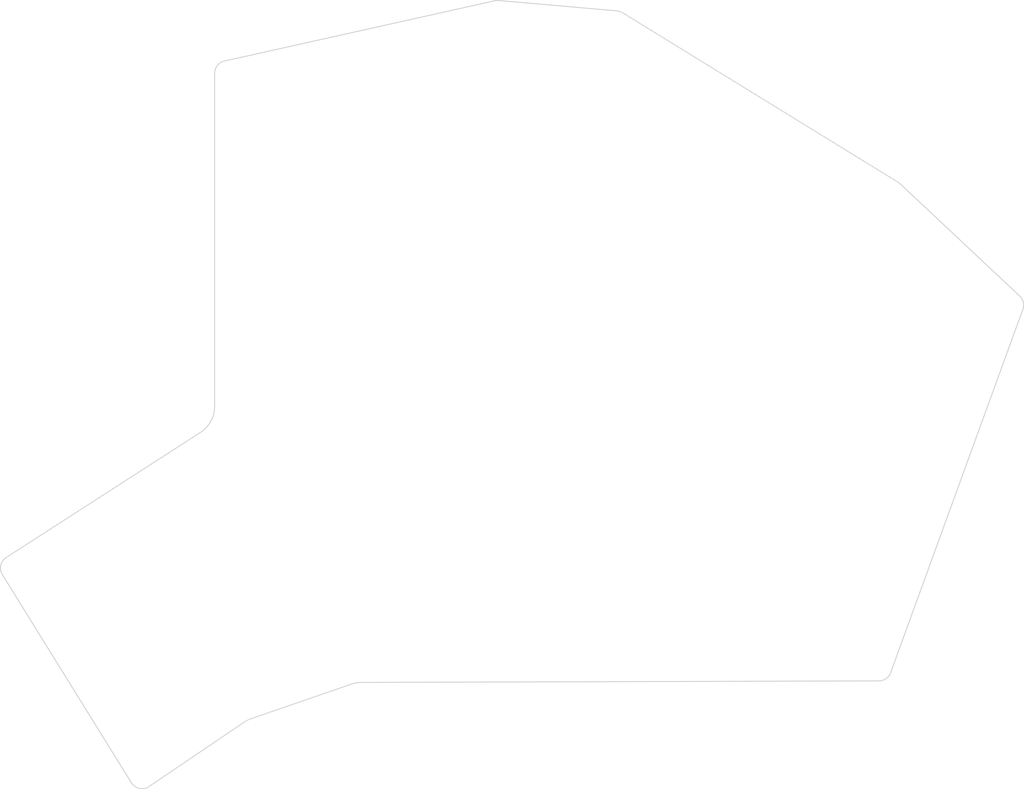
<source format=kicad_pcb>

            
(kicad_pcb (version 20171130) (host pcbnew 5.1.6)

  (page A3)
  (title_block
    (title Handy-pcb-outline)
    (rev v1.0.0)
    (company Unknown)
  )

  (general
    (thickness 1.6)
  )

  (layers
    (0 F.Cu signal)
    (31 B.Cu signal)
    (32 B.Adhes user)
    (33 F.Adhes user)
    (34 B.Paste user)
    (35 F.Paste user)
    (36 B.SilkS user)
    (37 F.SilkS user)
    (38 B.Mask user)
    (39 F.Mask user)
    (40 Dwgs.User user)
    (41 Cmts.User user)
    (42 Eco1.User user)
    (43 Eco2.User user)
    (44 Edge.Cuts user)
    (45 Margin user)
    (46 B.CrtYd user)
    (47 F.CrtYd user)
    (48 B.Fab user)
    (49 F.Fab user)
  )

  (setup
    (last_trace_width 0.25)
    (trace_clearance 0.2)
    (zone_clearance 0.508)
    (zone_45_only no)
    (trace_min 0.2)
    (via_size 0.8)
    (via_drill 0.4)
    (via_min_size 0.4)
    (via_min_drill 0.3)
    (uvia_size 0.3)
    (uvia_drill 0.1)
    (uvias_allowed no)
    (uvia_min_size 0.2)
    (uvia_min_drill 0.1)
    (edge_width 0.05)
    (segment_width 0.2)
    (pcb_text_width 0.3)
    (pcb_text_size 1.5 1.5)
    (mod_edge_width 0.12)
    (mod_text_size 1 1)
    (mod_text_width 0.15)
    (pad_size 1.524 1.524)
    (pad_drill 0.762)
    (pad_to_mask_clearance 0.05)
    (aux_axis_origin 0 0)
    (visible_elements FFFFFF7F)
    (pcbplotparams
      (layerselection 0x010fc_ffffffff)
      (usegerberextensions false)
      (usegerberattributes true)
      (usegerberadvancedattributes true)
      (creategerberjobfile true)
      (excludeedgelayer true)
      (linewidth 0.100000)
      (plotframeref false)
      (viasonmask false)
      (mode 1)
      (useauxorigin false)
      (hpglpennumber 1)
      (hpglpenspeed 20)
      (hpglpendiameter 15.000000)
      (psnegative false)
      (psa4output false)
      (plotreference true)
      (plotvalue true)
      (plotinvisibletext false)
      (padsonsilk false)
      (subtractmaskfromsilk false)
      (outputformat 1)
      (mirror false)
      (drillshape 1)
      (scaleselection 1)
      (outputdirectory ""))
  )

            (net 0 "")
            
  (net_class Default "This is the default net class."
    (clearance 0.2)
    (trace_width 0.25)
    (via_dia 0.8)
    (via_drill 0.4)
    (uvia_dia 0.3)
    (uvia_drill 0.1)
    (add_net "")
  )

            
            (gr_line (start -11.525 5.706893210765013) (end -11.525 -47.625) (angle 90) (layer Edge.Cuts) (width 0.15))
(gr_arc (start -9.525 -47.625) (end -9.9601324 -49.5770911) (angle -77.43387547993375) (layer Edge.Cuts) (width 0.15))
(gr_line (start -9.9601324 -49.5770911) (end 33.3269054 -59.226022) (angle 90) (layer Edge.Cuts) (width 0.15))
(gr_arc (start 33.7620378 -57.273930899999996) (end 33.9363493 -59.2663203) (angle -17.56612459349526) (layer Edge.Cuts) (width 0.15))
(gr_line (start 33.9363493 -59.266320300000004) (end 52.9138582 -57.606003400000006) (angle 90) (layer Edge.Cuts) (width 0.15))
(gr_arc (start 52.739546700000005 -55.613614000000005) (end 53.7875925 -57.317022400000006) (angle -26.602487822601248) (layer Edge.Cuts) (width 0.15))
(gr_line (start 53.787592499999995 -57.3170224) (end 97.90556000000001 -30.172826599999997) (angle 90) (layer Edge.Cuts) (width 0.15))
(gr_arc (start 96.8575142 -28.4694182) (end 98.2258025 -29.9281119) (angle -11.565847112680771) (layer Edge.Cuts) (width 0.15))
(gr_line (start 98.2258025 -29.9281119) (end 117.39058209999999 -11.9511073) (angle 90) (layer Edge.Cuts) (width 0.15))
(gr_arc (start 116.0222938 -10.492413599999999) (end 117.901679 -9.8083733) (angle -66.83166584992264) (layer Edge.Cuts) (width 0.15))
(gr_line (start 117.901679 -9.8083733) (end 96.7263569 48.370346) (angle 90) (layer Edge.Cuts) (width 0.15))
(gr_arc (start 94.8469717 47.6863057) (end 94.8529204 49.686296899999995) (angle -69.8295820447666) (layer Edge.Cuts) (width 0.15))
(gr_line (start 94.8529204 49.6862969) (end 11.993419129403046 49.93275186499069) (angle 90) (layer Edge.Cuts) (width 0.15))
(gr_line (start 10.380450181085843 50.20513691536339) (end -5.656912623277353 55.7272437248119) (angle 90) (layer Edge.Cuts) (width 0.15))
(gr_line (start -6.8323502531178795 56.31459145885365) (end -22.038204 66.61017610000002) (angle 90) (layer Edge.Cuts) (width 0.15))
(gr_arc (start -23.1595154 64.9540781) (end -24.8594516 66.0077464) (angle -92.30935691513776) (layer Edge.Cuts) (width 0.15))
(gr_line (start -24.8594516 66.00774640000002) (end -45.5251504 32.66673010000002) (angle 90) (layer Edge.Cuts) (width 0.15))
(gr_arc (start -43.825214200000005 31.61306180000002) (end -44.908044600000004 29.931551100000018) (angle -89.01176935063654) (layer Edge.Cuts) (width 0.15))
(gr_line (start -44.908044600000004 29.931551000000017) (end -13.817924074832812 9.910670094558283) (angle 90) (layer Edge.Cuts) (width 0.15))
(gr_arc (start 12.008291129103835 54.932729764396704) (end 11.993419129103835 49.93275186439671) (angle -18.829581198225384) (layer Edge.Cuts) (width 0.15))
(gr_arc (start -4.029071675259355 60.454836573845206) (end -5.656912575259355 55.7272437738452) (angle -15.101154660289524) (layer Edge.Cuts) (width 0.15))
(gr_arc (start -16.525 5.706893210765013) (end -13.817924099999999 9.910670110765015) (angle -57.21997143350279) (layer Edge.Cuts) (width 0.15))
            
)

        
</source>
